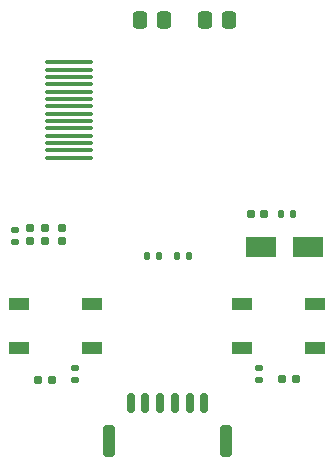
<source format=gbr>
%TF.GenerationSoftware,KiCad,Pcbnew,6.0.10-86aedd382b~118~ubuntu22.04.1*%
%TF.CreationDate,2023-02-07T20:01:53+01:00*%
%TF.ProjectId,ioBoard,696f426f-6172-4642-9e6b-696361645f70,rev?*%
%TF.SameCoordinates,Original*%
%TF.FileFunction,Paste,Top*%
%TF.FilePolarity,Positive*%
%FSLAX46Y46*%
G04 Gerber Fmt 4.6, Leading zero omitted, Abs format (unit mm)*
G04 Created by KiCad (PCBNEW 6.0.10-86aedd382b~118~ubuntu22.04.1) date 2023-02-07 20:01:53*
%MOMM*%
%LPD*%
G01*
G04 APERTURE LIST*
G04 Aperture macros list*
%AMRoundRect*
0 Rectangle with rounded corners*
0 $1 Rounding radius*
0 $2 $3 $4 $5 $6 $7 $8 $9 X,Y pos of 4 corners*
0 Add a 4 corners polygon primitive as box body*
4,1,4,$2,$3,$4,$5,$6,$7,$8,$9,$2,$3,0*
0 Add four circle primitives for the rounded corners*
1,1,$1+$1,$2,$3*
1,1,$1+$1,$4,$5*
1,1,$1+$1,$6,$7*
1,1,$1+$1,$8,$9*
0 Add four rect primitives between the rounded corners*
20,1,$1+$1,$2,$3,$4,$5,0*
20,1,$1+$1,$4,$5,$6,$7,0*
20,1,$1+$1,$6,$7,$8,$9,0*
20,1,$1+$1,$8,$9,$2,$3,0*%
G04 Aperture macros list end*
%ADD10RoundRect,0.150000X-0.150000X-0.700000X0.150000X-0.700000X0.150000X0.700000X-0.150000X0.700000X0*%
%ADD11RoundRect,0.250000X-0.250000X-1.100000X0.250000X-1.100000X0.250000X1.100000X-0.250000X1.100000X0*%
%ADD12RoundRect,0.155000X0.212500X0.155000X-0.212500X0.155000X-0.212500X-0.155000X0.212500X-0.155000X0*%
%ADD13RoundRect,0.250000X-0.337500X-0.475000X0.337500X-0.475000X0.337500X0.475000X-0.337500X0.475000X0*%
%ADD14RoundRect,0.135000X-0.185000X0.135000X-0.185000X-0.135000X0.185000X-0.135000X0.185000X0.135000X0*%
%ADD15R,2.500000X1.800000*%
%ADD16RoundRect,0.155000X-0.155000X0.212500X-0.155000X-0.212500X0.155000X-0.212500X0.155000X0.212500X0*%
%ADD17RoundRect,0.135000X-0.135000X-0.185000X0.135000X-0.185000X0.135000X0.185000X-0.135000X0.185000X0*%
%ADD18RoundRect,0.155000X-0.212500X-0.155000X0.212500X-0.155000X0.212500X0.155000X-0.212500X0.155000X0*%
%ADD19R,1.800000X1.100000*%
%ADD20RoundRect,0.087500X-1.912500X-0.087500X1.912500X-0.087500X1.912500X0.087500X-1.912500X0.087500X0*%
%ADD21RoundRect,0.135000X0.135000X0.185000X-0.135000X0.185000X-0.135000X-0.185000X0.135000X-0.185000X0*%
G04 APERTURE END LIST*
D10*
%TO.C,J1*%
X94385600Y-116768000D03*
X95635600Y-116768000D03*
X96885600Y-116768000D03*
X98135600Y-116768000D03*
X99385600Y-116768000D03*
X100635600Y-116768000D03*
D11*
X92535600Y-119968000D03*
X102485600Y-119968000D03*
%TD*%
D12*
%TO.C,C8*%
X108379335Y-114702000D03*
X107244335Y-114702000D03*
%TD*%
D13*
%TO.C,C1*%
X95177700Y-84328000D03*
X97252700Y-84328000D03*
%TD*%
D14*
%TO.C,R5*%
X89662000Y-113790000D03*
X89662000Y-114810000D03*
%TD*%
D15*
%TO.C,D1*%
X109410000Y-103530400D03*
X105410000Y-103530400D03*
%TD*%
D16*
%TO.C,C6*%
X87122000Y-101932665D03*
X87122000Y-103067665D03*
%TD*%
D17*
%TO.C,R1*%
X98296000Y-104292400D03*
X99316000Y-104292400D03*
%TD*%
%TO.C,R3*%
X107154000Y-100736400D03*
X108174000Y-100736400D03*
%TD*%
D14*
%TO.C,R6*%
X105282000Y-113790000D03*
X105282000Y-114810000D03*
%TD*%
D13*
%TO.C,C2*%
X100664100Y-84328000D03*
X102739100Y-84328000D03*
%TD*%
D14*
%TO.C,R4*%
X84582000Y-102106000D03*
X84582000Y-103126000D03*
%TD*%
D18*
%TO.C,C7*%
X86554500Y-114808000D03*
X87689500Y-114808000D03*
%TD*%
D12*
%TO.C,C3*%
X105691500Y-100736400D03*
X104556500Y-100736400D03*
%TD*%
D19*
%TO.C,SW1*%
X84900000Y-108386000D03*
X91100000Y-108386000D03*
X84900000Y-112086000D03*
X91100000Y-112086000D03*
%TD*%
D20*
%TO.C,J2*%
X89132400Y-87913200D03*
X89132400Y-88533200D03*
X89132400Y-89153200D03*
X89132400Y-89773200D03*
X89132400Y-90393200D03*
X89132400Y-91013200D03*
X89132400Y-91633200D03*
X89132400Y-92253200D03*
X89132400Y-92873200D03*
X89132400Y-93493200D03*
X89132400Y-94113200D03*
X89132400Y-94733200D03*
X89132400Y-95353200D03*
X89132400Y-95973200D03*
%TD*%
D16*
%TO.C,C4*%
X85894000Y-101932665D03*
X85894000Y-103067665D03*
%TD*%
D19*
%TO.C,SW2*%
X103834000Y-108386000D03*
X110034000Y-108386000D03*
X103834000Y-112086000D03*
X110034000Y-112086000D03*
%TD*%
D21*
%TO.C,R2*%
X96776000Y-104292400D03*
X95756000Y-104292400D03*
%TD*%
D16*
%TO.C,C5*%
X88540000Y-101932665D03*
X88540000Y-103067665D03*
%TD*%
M02*

</source>
